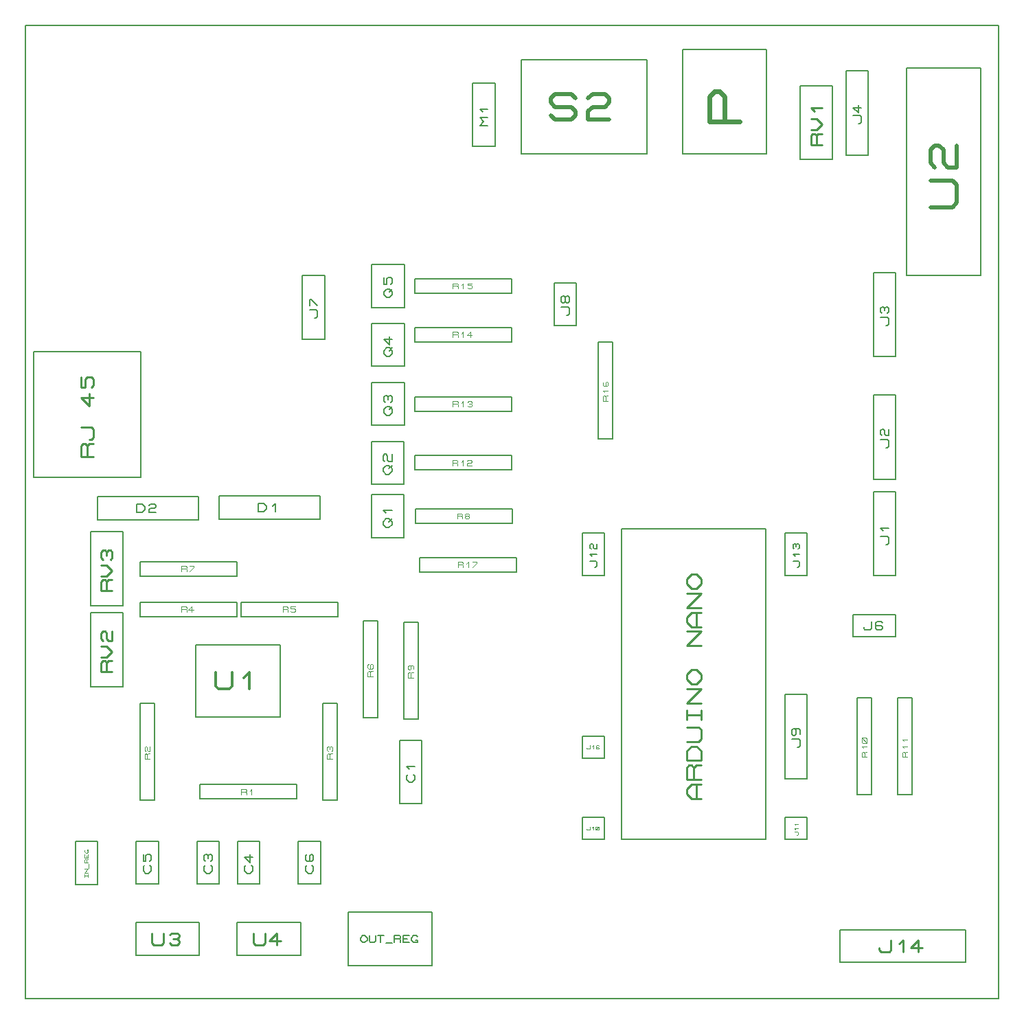
<source format=gbr>
G04 PROTEUS GERBER X2 FILE*
%TF.GenerationSoftware,Labcenter,Proteus,8.8-SP1-Build27031*%
%TF.CreationDate,2021-08-02T14:58:59+00:00*%
%TF.FileFunction,AssemblyDrawing,Top*%
%TF.FilePolarity,Positive*%
%TF.Part,Single*%
%TF.SameCoordinates,{c3ce3005-f07b-4d42-96ea-8d11783d6a5d}*%
%FSLAX45Y45*%
%MOMM*%
G01*
%TA.AperFunction,Profile*%
%ADD21C,0.203200*%
%TA.AperFunction,Material*%
%ADD22C,0.203200*%
%ADD34C,0.294640*%
%ADD35C,0.545590*%
%ADD36C,0.514770*%
%ADD37C,0.621790*%
%ADD38C,0.164590*%
%ADD39C,0.227330*%
%ADD40C,0.106680*%
%ADD41C,0.345440*%
%ADD42C,0.240790*%
%ADD43C,0.075470*%
%ADD44C,0.129540*%
%ADD45C,0.172210*%
%ADD46C,0.068580*%
%ADD47C,0.132080*%
%ADD48C,0.258330*%
%ADD49C,0.176100*%
%TD.AperFunction*%
D21*
X-12754000Y-52000D02*
X-754000Y-52000D01*
X-754000Y+11948000D01*
X-12754000Y+11948000D01*
X-12754000Y-52000D01*
D22*
X-5401000Y+1912840D02*
X-3623000Y+1912840D01*
X-3623000Y+5743160D01*
X-5401000Y+5743160D01*
X-5401000Y+1912840D01*
D34*
X-4423608Y+2413728D02*
X-4541464Y+2413728D01*
X-4600392Y+2472656D01*
X-4600392Y+2531584D01*
X-4541464Y+2590512D01*
X-4423608Y+2590512D01*
X-4482536Y+2413728D02*
X-4482536Y+2590512D01*
X-4423608Y+2649440D02*
X-4600392Y+2649440D01*
X-4600392Y+2796760D01*
X-4570928Y+2826224D01*
X-4541464Y+2826224D01*
X-4512000Y+2796760D01*
X-4512000Y+2649440D01*
X-4512000Y+2796760D02*
X-4482536Y+2826224D01*
X-4423608Y+2826224D01*
X-4423608Y+2885152D02*
X-4600392Y+2885152D01*
X-4600392Y+3003008D01*
X-4541464Y+3061936D01*
X-4482536Y+3061936D01*
X-4423608Y+3003008D01*
X-4423608Y+2885152D01*
X-4600392Y+3120864D02*
X-4453072Y+3120864D01*
X-4423608Y+3150328D01*
X-4423608Y+3268184D01*
X-4453072Y+3297648D01*
X-4600392Y+3297648D01*
X-4600392Y+3386040D02*
X-4600392Y+3503896D01*
X-4600392Y+3444968D02*
X-4423608Y+3444968D01*
X-4423608Y+3386040D02*
X-4423608Y+3503896D01*
X-4423608Y+3592288D02*
X-4600392Y+3592288D01*
X-4423608Y+3769072D01*
X-4600392Y+3769072D01*
X-4541464Y+3828000D02*
X-4600392Y+3886928D01*
X-4600392Y+3945856D01*
X-4541464Y+4004784D01*
X-4482536Y+4004784D01*
X-4423608Y+3945856D01*
X-4423608Y+3886928D01*
X-4482536Y+3828000D01*
X-4541464Y+3828000D01*
X-4423608Y+4299424D02*
X-4600392Y+4299424D01*
X-4423608Y+4476208D01*
X-4600392Y+4476208D01*
X-4423608Y+4535136D02*
X-4541464Y+4535136D01*
X-4600392Y+4594064D01*
X-4600392Y+4652992D01*
X-4541464Y+4711920D01*
X-4423608Y+4711920D01*
X-4482536Y+4535136D02*
X-4482536Y+4711920D01*
X-4423608Y+4770848D02*
X-4600392Y+4770848D01*
X-4423608Y+4947632D01*
X-4600392Y+4947632D01*
X-4541464Y+5006560D02*
X-4600392Y+5065488D01*
X-4600392Y+5124416D01*
X-4541464Y+5183344D01*
X-4482536Y+5183344D01*
X-4423608Y+5124416D01*
X-4423608Y+5065488D01*
X-4482536Y+5006560D01*
X-4541464Y+5006560D01*
D22*
X-1887160Y+8862840D02*
X-977840Y+8862840D01*
X-977840Y+11423160D01*
X-1887160Y+11423160D01*
X-1887160Y+8862840D01*
D35*
X-1596177Y+9706527D02*
X-1323381Y+9706527D01*
X-1268822Y+9761086D01*
X-1268822Y+9979322D01*
X-1323381Y+10033881D01*
X-1596177Y+10033881D01*
X-1541618Y+10197559D02*
X-1596177Y+10252118D01*
X-1596177Y+10415795D01*
X-1541618Y+10470354D01*
X-1487059Y+10470354D01*
X-1432500Y+10415795D01*
X-1432500Y+10252118D01*
X-1377940Y+10197559D01*
X-1268822Y+10197559D01*
X-1268822Y+10470354D01*
D22*
X-6637160Y+10362840D02*
X-5092840Y+10362840D01*
X-5092840Y+11526160D01*
X-6637160Y+11526160D01*
X-6637160Y+10362840D01*
D36*
X-6276818Y+10841545D02*
X-6225341Y+10790068D01*
X-6019432Y+10790068D01*
X-5967955Y+10841545D01*
X-5967955Y+10893023D01*
X-6019432Y+10944500D01*
X-6225341Y+10944500D01*
X-6276818Y+10995977D01*
X-6276818Y+11047455D01*
X-6225341Y+11098932D01*
X-6019432Y+11098932D01*
X-5967955Y+11047455D01*
X-5813523Y+11047455D02*
X-5762046Y+11098932D01*
X-5607614Y+11098932D01*
X-5556137Y+11047455D01*
X-5556137Y+10995977D01*
X-5607614Y+10944500D01*
X-5762046Y+10944500D01*
X-5813523Y+10893023D01*
X-5813523Y+10790068D01*
X-5556137Y+10790068D01*
D22*
X-4649160Y+10362840D02*
X-3612840Y+10362840D01*
X-3612840Y+11653160D01*
X-4649160Y+11653160D01*
X-4649160Y+10362840D01*
D37*
X-3944462Y+10759284D02*
X-4317537Y+10759284D01*
X-4317537Y+11070179D01*
X-4255358Y+11132358D01*
X-4193179Y+11132358D01*
X-4131000Y+11070179D01*
X-4131000Y+10759284D01*
D22*
X-2637160Y+10350840D02*
X-2362840Y+10350840D01*
X-2362840Y+11387160D01*
X-2637160Y+11387160D01*
X-2637160Y+10350840D01*
D38*
X-2483540Y+10737327D02*
X-2467081Y+10737327D01*
X-2450622Y+10753786D01*
X-2450622Y+10819622D01*
X-2467081Y+10836081D01*
X-2549377Y+10836081D01*
X-2483540Y+10967754D02*
X-2483540Y+10869000D01*
X-2549377Y+10934836D01*
X-2450622Y+10934836D01*
D22*
X-3200660Y+10295340D02*
X-2799340Y+10295340D01*
X-2799340Y+11204660D01*
X-3200660Y+11204660D01*
X-3200660Y+10295340D01*
D39*
X-2931801Y+10477204D02*
X-3068199Y+10477204D01*
X-3068199Y+10590869D01*
X-3045466Y+10613602D01*
X-3022733Y+10613602D01*
X-3000000Y+10590869D01*
X-3000000Y+10477204D01*
X-3000000Y+10590869D02*
X-2977267Y+10613602D01*
X-2931801Y+10613602D01*
X-3068199Y+10659068D02*
X-3000000Y+10659068D01*
X-2931801Y+10727267D01*
X-3000000Y+10795466D01*
X-3068199Y+10795466D01*
X-3022733Y+10886398D02*
X-3068199Y+10931864D01*
X-2931801Y+10931864D01*
D22*
X-2296160Y+5162840D02*
X-2021840Y+5162840D01*
X-2021840Y+6199160D01*
X-2296160Y+6199160D01*
X-2296160Y+5162840D01*
D38*
X-2142540Y+5549327D02*
X-2126081Y+5549327D01*
X-2109622Y+5565786D01*
X-2109622Y+5631622D01*
X-2126081Y+5648081D01*
X-2208377Y+5648081D01*
X-2175459Y+5713918D02*
X-2208377Y+5746836D01*
X-2109622Y+5746836D01*
D22*
X-2296160Y+6354840D02*
X-2021840Y+6354840D01*
X-2021840Y+7391160D01*
X-2296160Y+7391160D01*
X-2296160Y+6354840D01*
D38*
X-2142540Y+6741327D02*
X-2126081Y+6741327D01*
X-2109622Y+6757786D01*
X-2109622Y+6823622D01*
X-2126081Y+6840081D01*
X-2208377Y+6840081D01*
X-2191918Y+6889459D02*
X-2208377Y+6905918D01*
X-2208377Y+6955295D01*
X-2191918Y+6971754D01*
X-2175459Y+6971754D01*
X-2159000Y+6955295D01*
X-2159000Y+6905918D01*
X-2142540Y+6889459D01*
X-2109622Y+6889459D01*
X-2109622Y+6971754D01*
D22*
X-2296160Y+7862840D02*
X-2021840Y+7862840D01*
X-2021840Y+8899160D01*
X-2296160Y+8899160D01*
X-2296160Y+7862840D01*
D38*
X-2142540Y+8249327D02*
X-2126081Y+8249327D01*
X-2109622Y+8265786D01*
X-2109622Y+8331622D01*
X-2126081Y+8348081D01*
X-2208377Y+8348081D01*
X-2191918Y+8397459D02*
X-2208377Y+8413918D01*
X-2208377Y+8463295D01*
X-2191918Y+8479754D01*
X-2175459Y+8479754D01*
X-2159000Y+8463295D01*
X-2142540Y+8479754D01*
X-2126081Y+8479754D01*
X-2109622Y+8463295D01*
X-2109622Y+8413918D01*
X-2126081Y+8397459D01*
X-2159000Y+8430377D02*
X-2159000Y+8463295D01*
D22*
X-2497900Y+2461100D02*
X-2320100Y+2461100D01*
X-2320100Y+3654900D01*
X-2497900Y+3654900D01*
X-2497900Y+2461100D01*
D40*
X-2376996Y+2929984D02*
X-2441004Y+2929984D01*
X-2441004Y+2983324D01*
X-2430336Y+2993992D01*
X-2419668Y+2993992D01*
X-2409000Y+2983324D01*
X-2409000Y+2929984D01*
X-2409000Y+2983324D02*
X-2398332Y+2993992D01*
X-2376996Y+2993992D01*
X-2419668Y+3036664D02*
X-2441004Y+3058000D01*
X-2376996Y+3058000D01*
X-2387664Y+3100672D02*
X-2430336Y+3100672D01*
X-2441004Y+3111340D01*
X-2441004Y+3154012D01*
X-2430336Y+3164680D01*
X-2387664Y+3164680D01*
X-2376996Y+3154012D01*
X-2376996Y+3111340D01*
X-2387664Y+3100672D01*
X-2376996Y+3100672D02*
X-2441004Y+3164680D01*
D22*
X-1997900Y+2461100D02*
X-1820100Y+2461100D01*
X-1820100Y+3654900D01*
X-1997900Y+3654900D01*
X-1997900Y+2461100D01*
D40*
X-1876996Y+2929984D02*
X-1941004Y+2929984D01*
X-1941004Y+2983324D01*
X-1930336Y+2993992D01*
X-1919668Y+2993992D01*
X-1909000Y+2983324D01*
X-1909000Y+2929984D01*
X-1909000Y+2983324D02*
X-1898332Y+2993992D01*
X-1876996Y+2993992D01*
X-1919668Y+3036664D02*
X-1941004Y+3058000D01*
X-1876996Y+3058000D01*
X-1919668Y+3122008D02*
X-1941004Y+3143344D01*
X-1876996Y+3143344D01*
D22*
X-3387160Y+2662840D02*
X-3112840Y+2662840D01*
X-3112840Y+3699160D01*
X-3387160Y+3699160D01*
X-3387160Y+2662840D01*
D38*
X-3233540Y+3049327D02*
X-3217081Y+3049327D01*
X-3200622Y+3065786D01*
X-3200622Y+3131622D01*
X-3217081Y+3148081D01*
X-3299377Y+3148081D01*
X-3266459Y+3279754D02*
X-3250000Y+3263295D01*
X-3250000Y+3213918D01*
X-3266459Y+3197459D01*
X-3282918Y+3197459D01*
X-3299377Y+3213918D01*
X-3299377Y+3263295D01*
X-3282918Y+3279754D01*
X-3217081Y+3279754D01*
X-3200622Y+3263295D01*
X-3200622Y+3213918D01*
D22*
X-10649160Y+3424500D02*
X-9612840Y+3424500D01*
X-9612840Y+4313500D01*
X-10649160Y+4313500D01*
X-10649160Y+3424500D01*
D41*
X-10407352Y+3972632D02*
X-10407352Y+3799912D01*
X-10372808Y+3765368D01*
X-10234632Y+3765368D01*
X-10200088Y+3799912D01*
X-10200088Y+3972632D01*
X-10061912Y+3903544D02*
X-9992824Y+3972632D01*
X-9992824Y+3765368D01*
D22*
X-11391160Y+485840D02*
X-10608840Y+485840D01*
X-10608840Y+887160D01*
X-11391160Y+887160D01*
X-11391160Y+485840D01*
D42*
X-11192633Y+758737D02*
X-11192633Y+638341D01*
X-11168554Y+614262D01*
X-11072238Y+614262D01*
X-11048159Y+638341D01*
X-11048159Y+758737D01*
X-10975921Y+734658D02*
X-10951842Y+758737D01*
X-10879605Y+758737D01*
X-10855526Y+734658D01*
X-10855526Y+710579D01*
X-10879605Y+686500D01*
X-10855526Y+662420D01*
X-10855526Y+638341D01*
X-10879605Y+614262D01*
X-10951842Y+614262D01*
X-10975921Y+638341D01*
X-10927763Y+686500D02*
X-10879605Y+686500D01*
D22*
X-10141160Y+485840D02*
X-9358840Y+485840D01*
X-9358840Y+887160D01*
X-10141160Y+887160D01*
X-10141160Y+485840D01*
D42*
X-9942633Y+758737D02*
X-9942633Y+638341D01*
X-9918554Y+614262D01*
X-9822238Y+614262D01*
X-9798159Y+638341D01*
X-9798159Y+758737D01*
X-9605526Y+662420D02*
X-9750000Y+662420D01*
X-9653684Y+758737D01*
X-9653684Y+614262D01*
D22*
X-10637160Y+1362840D02*
X-10362840Y+1362840D01*
X-10362840Y+1891160D01*
X-10637160Y+1891160D01*
X-10637160Y+1362840D01*
D38*
X-10467081Y+1594081D02*
X-10450622Y+1577622D01*
X-10450622Y+1528245D01*
X-10483540Y+1495327D01*
X-10516459Y+1495327D01*
X-10549377Y+1528245D01*
X-10549377Y+1577622D01*
X-10532918Y+1594081D01*
X-10532918Y+1643459D02*
X-10549377Y+1659918D01*
X-10549377Y+1709295D01*
X-10532918Y+1725754D01*
X-10516459Y+1725754D01*
X-10500000Y+1709295D01*
X-10483540Y+1725754D01*
X-10467081Y+1725754D01*
X-10450622Y+1709295D01*
X-10450622Y+1659918D01*
X-10467081Y+1643459D01*
X-10500000Y+1676377D02*
X-10500000Y+1709295D01*
D22*
X-10137160Y+1362840D02*
X-9862840Y+1362840D01*
X-9862840Y+1891160D01*
X-10137160Y+1891160D01*
X-10137160Y+1362840D01*
D38*
X-9967081Y+1594081D02*
X-9950622Y+1577622D01*
X-9950622Y+1528245D01*
X-9983540Y+1495327D01*
X-10016459Y+1495327D01*
X-10049377Y+1528245D01*
X-10049377Y+1577622D01*
X-10032918Y+1594081D01*
X-9983540Y+1725754D02*
X-9983540Y+1627000D01*
X-10049377Y+1692836D01*
X-9950622Y+1692836D01*
D22*
X-11387160Y+1362840D02*
X-11112840Y+1362840D01*
X-11112840Y+1891160D01*
X-11387160Y+1891160D01*
X-11387160Y+1362840D01*
D38*
X-11217081Y+1594081D02*
X-11200622Y+1577622D01*
X-11200622Y+1528245D01*
X-11233540Y+1495327D01*
X-11266459Y+1495327D01*
X-11299377Y+1528245D01*
X-11299377Y+1577622D01*
X-11282918Y+1594081D01*
X-11299377Y+1725754D02*
X-11299377Y+1643459D01*
X-11266459Y+1643459D01*
X-11266459Y+1709295D01*
X-11250000Y+1725754D01*
X-11217081Y+1725754D01*
X-11200622Y+1709295D01*
X-11200622Y+1659918D01*
X-11217081Y+1643459D01*
D22*
X-12137160Y+1358840D02*
X-11862840Y+1358840D01*
X-11862840Y+1887160D01*
X-12137160Y+1887160D01*
X-12137160Y+1358840D01*
D43*
X-12022642Y+1449410D02*
X-12022642Y+1479599D01*
X-12022642Y+1464505D02*
X-11977357Y+1464505D01*
X-11977357Y+1449410D02*
X-11977357Y+1479599D01*
X-11977357Y+1502242D02*
X-12022642Y+1502242D01*
X-11977357Y+1547526D01*
X-12022642Y+1547526D01*
X-11969810Y+1562621D02*
X-11969810Y+1607905D01*
X-11977357Y+1623000D02*
X-12022642Y+1623000D01*
X-12022642Y+1660736D01*
X-12015094Y+1668284D01*
X-12007547Y+1668284D01*
X-12000000Y+1660736D01*
X-12000000Y+1623000D01*
X-12000000Y+1660736D02*
X-11992452Y+1668284D01*
X-11977357Y+1668284D01*
X-11977357Y+1728663D02*
X-11977357Y+1683379D01*
X-12022642Y+1683379D01*
X-12022642Y+1728663D01*
X-12000000Y+1683379D02*
X-12000000Y+1713568D01*
X-11992452Y+1773947D02*
X-11992452Y+1789042D01*
X-11977357Y+1789042D01*
X-11977357Y+1758852D01*
X-11992452Y+1743758D01*
X-12007547Y+1743758D01*
X-12022642Y+1758852D01*
X-12022642Y+1781494D01*
X-12015094Y+1789042D01*
D22*
X-9387160Y+1362840D02*
X-9112840Y+1362840D01*
X-9112840Y+1891160D01*
X-9387160Y+1891160D01*
X-9387160Y+1362840D01*
D38*
X-9217081Y+1594081D02*
X-9200622Y+1577622D01*
X-9200622Y+1528245D01*
X-9233540Y+1495327D01*
X-9266459Y+1495327D01*
X-9299377Y+1528245D01*
X-9299377Y+1577622D01*
X-9282918Y+1594081D01*
X-9282918Y+1725754D02*
X-9299377Y+1709295D01*
X-9299377Y+1659918D01*
X-9282918Y+1643459D01*
X-9217081Y+1643459D01*
X-9200622Y+1659918D01*
X-9200622Y+1709295D01*
X-9217081Y+1725754D01*
X-9233540Y+1725754D01*
X-9250000Y+1709295D01*
X-9250000Y+1643459D01*
D22*
X-8772160Y+358840D02*
X-7735840Y+358840D01*
X-7735840Y+1014160D01*
X-8772160Y+1014160D01*
X-8772160Y+358840D01*
D44*
X-8616712Y+699454D02*
X-8590804Y+725362D01*
X-8564896Y+725362D01*
X-8538988Y+699454D01*
X-8538988Y+673546D01*
X-8564896Y+647638D01*
X-8590804Y+647638D01*
X-8616712Y+673546D01*
X-8616712Y+699454D01*
X-8513080Y+725362D02*
X-8513080Y+660592D01*
X-8500126Y+647638D01*
X-8448310Y+647638D01*
X-8435356Y+660592D01*
X-8435356Y+725362D01*
X-8409448Y+725362D02*
X-8331724Y+725362D01*
X-8370586Y+725362D02*
X-8370586Y+647638D01*
X-8305816Y+634684D02*
X-8228092Y+634684D01*
X-8202184Y+647638D02*
X-8202184Y+725362D01*
X-8137414Y+725362D01*
X-8124460Y+712408D01*
X-8124460Y+699454D01*
X-8137414Y+686500D01*
X-8202184Y+686500D01*
X-8137414Y+686500D02*
X-8124460Y+673546D01*
X-8124460Y+647638D01*
X-8020828Y+647638D02*
X-8098552Y+647638D01*
X-8098552Y+725362D01*
X-8020828Y+725362D01*
X-8098552Y+686500D02*
X-8046736Y+686500D01*
X-7943104Y+673546D02*
X-7917196Y+673546D01*
X-7917196Y+647638D01*
X-7969012Y+647638D01*
X-7994920Y+673546D01*
X-7994920Y+699454D01*
X-7969012Y+725362D01*
X-7930150Y+725362D01*
X-7917196Y+712408D01*
D22*
X-10604900Y+2411100D02*
X-9411100Y+2411100D01*
X-9411100Y+2588900D01*
X-10604900Y+2588900D01*
X-10604900Y+2411100D01*
D40*
X-10093344Y+2467996D02*
X-10093344Y+2532004D01*
X-10040004Y+2532004D01*
X-10029336Y+2521336D01*
X-10029336Y+2510668D01*
X-10040004Y+2500000D01*
X-10093344Y+2500000D01*
X-10040004Y+2500000D02*
X-10029336Y+2489332D01*
X-10029336Y+2467996D01*
X-9986664Y+2510668D02*
X-9965328Y+2532004D01*
X-9965328Y+2467996D01*
D22*
X-11338900Y+2395100D02*
X-11161100Y+2395100D01*
X-11161100Y+3588900D01*
X-11338900Y+3588900D01*
X-11338900Y+2395100D01*
D40*
X-11217996Y+2906656D02*
X-11282004Y+2906656D01*
X-11282004Y+2959996D01*
X-11271336Y+2970664D01*
X-11260668Y+2970664D01*
X-11250000Y+2959996D01*
X-11250000Y+2906656D01*
X-11250000Y+2959996D02*
X-11239332Y+2970664D01*
X-11217996Y+2970664D01*
X-11271336Y+3002668D02*
X-11282004Y+3013336D01*
X-11282004Y+3045340D01*
X-11271336Y+3056008D01*
X-11260668Y+3056008D01*
X-11250000Y+3045340D01*
X-11250000Y+3013336D01*
X-11239332Y+3002668D01*
X-11217996Y+3002668D01*
X-11217996Y+3056008D01*
D22*
X-9088900Y+2395100D02*
X-8911100Y+2395100D01*
X-8911100Y+3588900D01*
X-9088900Y+3588900D01*
X-9088900Y+2395100D01*
D40*
X-8967996Y+2906656D02*
X-9032004Y+2906656D01*
X-9032004Y+2959996D01*
X-9021336Y+2970664D01*
X-9010668Y+2970664D01*
X-9000000Y+2959996D01*
X-9000000Y+2906656D01*
X-9000000Y+2959996D02*
X-8989332Y+2970664D01*
X-8967996Y+2970664D01*
X-9021336Y+3002668D02*
X-9032004Y+3013336D01*
X-9032004Y+3045340D01*
X-9021336Y+3056008D01*
X-9010668Y+3056008D01*
X-9000000Y+3045340D01*
X-8989332Y+3056008D01*
X-8978664Y+3056008D01*
X-8967996Y+3045340D01*
X-8967996Y+3013336D01*
X-8978664Y+3002668D01*
X-9000000Y+3024004D02*
X-9000000Y+3045340D01*
D22*
X-8137160Y+2354840D02*
X-7862840Y+2354840D01*
X-7862840Y+3137160D01*
X-8137160Y+3137160D01*
X-8137160Y+2354840D01*
D38*
X-7967081Y+2713081D02*
X-7950622Y+2696622D01*
X-7950622Y+2647245D01*
X-7983540Y+2614327D01*
X-8016459Y+2614327D01*
X-8049377Y+2647245D01*
X-8049377Y+2696622D01*
X-8032918Y+2713081D01*
X-8016459Y+2778918D02*
X-8049377Y+2811836D01*
X-7950622Y+2811836D01*
D22*
X-8088900Y+3395100D02*
X-7911100Y+3395100D01*
X-7911100Y+4588900D01*
X-8088900Y+4588900D01*
X-8088900Y+3395100D01*
D40*
X-7967996Y+3906656D02*
X-8032004Y+3906656D01*
X-8032004Y+3959996D01*
X-8021336Y+3970664D01*
X-8010668Y+3970664D01*
X-8000000Y+3959996D01*
X-8000000Y+3906656D01*
X-8000000Y+3959996D02*
X-7989332Y+3970664D01*
X-7967996Y+3970664D01*
X-8010668Y+4056008D02*
X-8000000Y+4045340D01*
X-8000000Y+4013336D01*
X-8010668Y+4002668D01*
X-8021336Y+4002668D01*
X-8032004Y+4013336D01*
X-8032004Y+4045340D01*
X-8021336Y+4056008D01*
X-7978664Y+4056008D01*
X-7967996Y+4045340D01*
X-7967996Y+4013336D01*
D22*
X-11338900Y+4661100D02*
X-10145100Y+4661100D01*
X-10145100Y+4838900D01*
X-11338900Y+4838900D01*
X-11338900Y+4661100D01*
D40*
X-10827344Y+4717996D02*
X-10827344Y+4782004D01*
X-10774004Y+4782004D01*
X-10763336Y+4771336D01*
X-10763336Y+4760668D01*
X-10774004Y+4750000D01*
X-10827344Y+4750000D01*
X-10774004Y+4750000D02*
X-10763336Y+4739332D01*
X-10763336Y+4717996D01*
X-10677992Y+4739332D02*
X-10742000Y+4739332D01*
X-10699328Y+4782004D01*
X-10699328Y+4717996D01*
D22*
X-10088900Y+4661100D02*
X-8895100Y+4661100D01*
X-8895100Y+4838900D01*
X-10088900Y+4838900D01*
X-10088900Y+4661100D01*
D40*
X-9577344Y+4717996D02*
X-9577344Y+4782004D01*
X-9524004Y+4782004D01*
X-9513336Y+4771336D01*
X-9513336Y+4760668D01*
X-9524004Y+4750000D01*
X-9577344Y+4750000D01*
X-9524004Y+4750000D02*
X-9513336Y+4739332D01*
X-9513336Y+4717996D01*
X-9427992Y+4782004D02*
X-9481332Y+4782004D01*
X-9481332Y+4760668D01*
X-9438660Y+4760668D01*
X-9427992Y+4750000D01*
X-9427992Y+4728664D01*
X-9438660Y+4717996D01*
X-9470664Y+4717996D01*
X-9481332Y+4728664D01*
D22*
X-8588900Y+3411100D02*
X-8411100Y+3411100D01*
X-8411100Y+4604900D01*
X-8588900Y+4604900D01*
X-8588900Y+3411100D01*
D40*
X-8467996Y+3922656D02*
X-8532004Y+3922656D01*
X-8532004Y+3975996D01*
X-8521336Y+3986664D01*
X-8510668Y+3986664D01*
X-8500000Y+3975996D01*
X-8500000Y+3922656D01*
X-8500000Y+3975996D02*
X-8489332Y+3986664D01*
X-8467996Y+3986664D01*
X-8521336Y+4072008D02*
X-8532004Y+4061340D01*
X-8532004Y+4029336D01*
X-8521336Y+4018668D01*
X-8478664Y+4018668D01*
X-8467996Y+4029336D01*
X-8467996Y+4061340D01*
X-8478664Y+4072008D01*
X-8489332Y+4072008D01*
X-8500000Y+4061340D01*
X-8500000Y+4018668D01*
D22*
X-11338900Y+5161100D02*
X-10145100Y+5161100D01*
X-10145100Y+5338900D01*
X-11338900Y+5338900D01*
X-11338900Y+5161100D01*
D40*
X-10827344Y+5217996D02*
X-10827344Y+5282004D01*
X-10774004Y+5282004D01*
X-10763336Y+5271336D01*
X-10763336Y+5260668D01*
X-10774004Y+5250000D01*
X-10827344Y+5250000D01*
X-10774004Y+5250000D02*
X-10763336Y+5239332D01*
X-10763336Y+5217996D01*
X-10731332Y+5282004D02*
X-10677992Y+5282004D01*
X-10677992Y+5271336D01*
X-10731332Y+5217996D01*
D22*
X-11950660Y+3795340D02*
X-11549340Y+3795340D01*
X-11549340Y+4704660D01*
X-11950660Y+4704660D01*
X-11950660Y+3795340D01*
D39*
X-11681801Y+3977204D02*
X-11818199Y+3977204D01*
X-11818199Y+4090869D01*
X-11795466Y+4113602D01*
X-11772733Y+4113602D01*
X-11750000Y+4090869D01*
X-11750000Y+3977204D01*
X-11750000Y+4090869D02*
X-11727267Y+4113602D01*
X-11681801Y+4113602D01*
X-11818199Y+4159068D02*
X-11750000Y+4159068D01*
X-11681801Y+4227267D01*
X-11750000Y+4295466D01*
X-11818199Y+4295466D01*
X-11795466Y+4363665D02*
X-11818199Y+4386398D01*
X-11818199Y+4454597D01*
X-11795466Y+4477330D01*
X-11772733Y+4477330D01*
X-11750000Y+4454597D01*
X-11750000Y+4386398D01*
X-11727267Y+4363665D01*
X-11681801Y+4363665D01*
X-11681801Y+4477330D01*
D22*
X-11950660Y+4795340D02*
X-11549340Y+4795340D01*
X-11549340Y+5704660D01*
X-11950660Y+5704660D01*
X-11950660Y+4795340D01*
D39*
X-11681801Y+4977204D02*
X-11818199Y+4977204D01*
X-11818199Y+5090869D01*
X-11795466Y+5113602D01*
X-11772733Y+5113602D01*
X-11750000Y+5090869D01*
X-11750000Y+4977204D01*
X-11750000Y+5090869D02*
X-11727267Y+5113602D01*
X-11681801Y+5113602D01*
X-11818199Y+5159068D02*
X-11750000Y+5159068D01*
X-11681801Y+5227267D01*
X-11750000Y+5295466D01*
X-11818199Y+5295466D01*
X-11795466Y+5363665D02*
X-11818199Y+5386398D01*
X-11818199Y+5454597D01*
X-11795466Y+5477330D01*
X-11772733Y+5477330D01*
X-11750000Y+5454597D01*
X-11727267Y+5477330D01*
X-11704534Y+5477330D01*
X-11681801Y+5454597D01*
X-11681801Y+5386398D01*
X-11704534Y+5363665D01*
X-11750000Y+5409131D02*
X-11750000Y+5454597D01*
D22*
X-10364300Y+5857760D02*
X-9119700Y+5857760D01*
X-9119700Y+6144780D01*
X-10364300Y+6144780D01*
X-10364300Y+5857760D01*
D45*
X-9879769Y+5949606D02*
X-9879769Y+6052933D01*
X-9810885Y+6052933D01*
X-9776443Y+6018491D01*
X-9776443Y+5984048D01*
X-9810885Y+5949606D01*
X-9879769Y+5949606D01*
X-9707558Y+6018491D02*
X-9673116Y+6052933D01*
X-9673116Y+5949606D01*
D22*
X-11864300Y+5855220D02*
X-10619700Y+5855220D01*
X-10619700Y+6142240D01*
X-11864300Y+6142240D01*
X-11864300Y+5855220D01*
D45*
X-11379769Y+5947066D02*
X-11379769Y+6050393D01*
X-11310885Y+6050393D01*
X-11276443Y+6015951D01*
X-11276443Y+5981508D01*
X-11310885Y+5947066D01*
X-11379769Y+5947066D01*
X-11224779Y+6033172D02*
X-11207558Y+6050393D01*
X-11155895Y+6050393D01*
X-11138674Y+6033172D01*
X-11138674Y+6015951D01*
X-11155895Y+5998730D01*
X-11207558Y+5998730D01*
X-11224779Y+5981508D01*
X-11224779Y+5947066D01*
X-11138674Y+5947066D01*
D22*
X-2550160Y+4412840D02*
X-2021840Y+4412840D01*
X-2021840Y+4687160D01*
X-2550160Y+4687160D01*
X-2550160Y+4412840D01*
D38*
X-2417673Y+4533540D02*
X-2417673Y+4517081D01*
X-2401214Y+4500622D01*
X-2335378Y+4500622D01*
X-2318919Y+4517081D01*
X-2318919Y+4599377D01*
X-2187246Y+4582918D02*
X-2203705Y+4599377D01*
X-2253082Y+4599377D01*
X-2269541Y+4582918D01*
X-2269541Y+4517081D01*
X-2253082Y+4500622D01*
X-2203705Y+4500622D01*
X-2187246Y+4517081D01*
X-2187246Y+4533540D01*
X-2203705Y+4550000D01*
X-2269541Y+4550000D01*
D22*
X-5887160Y+1912840D02*
X-5612840Y+1912840D01*
X-5612840Y+2187160D01*
X-5887160Y+2187160D01*
X-5887160Y+1912840D01*
D46*
X-5832296Y+2043142D02*
X-5832296Y+2036284D01*
X-5825438Y+2029426D01*
X-5798006Y+2029426D01*
X-5791148Y+2036284D01*
X-5791148Y+2070574D01*
X-5763716Y+2056858D02*
X-5750000Y+2070574D01*
X-5750000Y+2029426D01*
X-5722568Y+2036284D02*
X-5722568Y+2063716D01*
X-5715710Y+2070574D01*
X-5688278Y+2070574D01*
X-5681420Y+2063716D01*
X-5681420Y+2036284D01*
X-5688278Y+2029426D01*
X-5715710Y+2029426D01*
X-5722568Y+2036284D01*
X-5722568Y+2029426D02*
X-5681420Y+2070574D01*
D22*
X-5887160Y+2912840D02*
X-5612840Y+2912840D01*
X-5612840Y+3187160D01*
X-5887160Y+3187160D01*
X-5887160Y+2912840D01*
D46*
X-5832296Y+3043142D02*
X-5832296Y+3036284D01*
X-5825438Y+3029426D01*
X-5798006Y+3029426D01*
X-5791148Y+3036284D01*
X-5791148Y+3070574D01*
X-5763716Y+3056858D02*
X-5750000Y+3070574D01*
X-5750000Y+3029426D01*
X-5681420Y+3063716D02*
X-5688278Y+3070574D01*
X-5708852Y+3070574D01*
X-5715710Y+3063716D01*
X-5715710Y+3036284D01*
X-5708852Y+3029426D01*
X-5688278Y+3029426D01*
X-5681420Y+3036284D01*
X-5681420Y+3043142D01*
X-5688278Y+3050000D01*
X-5715710Y+3050000D01*
D22*
X-5887160Y+5162840D02*
X-5612840Y+5162840D01*
X-5612840Y+5691160D01*
X-5887160Y+5691160D01*
X-5887160Y+5162840D01*
D47*
X-5736792Y+5268504D02*
X-5723584Y+5268504D01*
X-5710376Y+5281712D01*
X-5710376Y+5334544D01*
X-5723584Y+5347752D01*
X-5789624Y+5347752D01*
X-5763208Y+5400584D02*
X-5789624Y+5427000D01*
X-5710376Y+5427000D01*
X-5776416Y+5493040D02*
X-5789624Y+5506248D01*
X-5789624Y+5545872D01*
X-5776416Y+5559080D01*
X-5763208Y+5559080D01*
X-5750000Y+5545872D01*
X-5750000Y+5506248D01*
X-5736792Y+5493040D01*
X-5710376Y+5493040D01*
X-5710376Y+5559080D01*
D22*
X-3387160Y+1912840D02*
X-3112840Y+1912840D01*
X-3112840Y+2187160D01*
X-3387160Y+2187160D01*
X-3387160Y+1912840D01*
D46*
X-3243142Y+1967704D02*
X-3236284Y+1967704D01*
X-3229426Y+1974562D01*
X-3229426Y+2001994D01*
X-3236284Y+2008852D01*
X-3270574Y+2008852D01*
X-3256858Y+2036284D02*
X-3270574Y+2050000D01*
X-3229426Y+2050000D01*
X-3256858Y+2091148D02*
X-3270574Y+2104864D01*
X-3229426Y+2104864D01*
D22*
X-3387160Y+5162840D02*
X-3112840Y+5162840D01*
X-3112840Y+5691160D01*
X-3387160Y+5691160D01*
X-3387160Y+5162840D01*
D47*
X-3236792Y+5268504D02*
X-3223584Y+5268504D01*
X-3210376Y+5281712D01*
X-3210376Y+5334544D01*
X-3223584Y+5347752D01*
X-3289624Y+5347752D01*
X-3263208Y+5400584D02*
X-3289624Y+5427000D01*
X-3210376Y+5427000D01*
X-3276416Y+5493040D02*
X-3289624Y+5506248D01*
X-3289624Y+5545872D01*
X-3276416Y+5559080D01*
X-3263208Y+5559080D01*
X-3250000Y+5545872D01*
X-3236792Y+5559080D01*
X-3223584Y+5559080D01*
X-3210376Y+5545872D01*
X-3210376Y+5506248D01*
X-3223584Y+5493040D01*
X-3250000Y+5519456D02*
X-3250000Y+5545872D01*
D22*
X-12648660Y+6375000D02*
X-11328340Y+6375000D01*
X-11328340Y+7925000D01*
X-12648660Y+7925000D01*
X-12648660Y+6375000D01*
D48*
X-11911000Y+6633335D02*
X-12066000Y+6633335D01*
X-12066000Y+6762501D01*
X-12040167Y+6788334D01*
X-12014333Y+6788334D01*
X-11988500Y+6762501D01*
X-11988500Y+6633335D01*
X-11988500Y+6762501D02*
X-11962667Y+6788334D01*
X-11911000Y+6788334D01*
X-11962667Y+6840001D02*
X-11936833Y+6840001D01*
X-11911000Y+6865834D01*
X-11911000Y+6969167D01*
X-11936833Y+6995000D01*
X-12066000Y+6995000D01*
X-11962667Y+7408332D02*
X-11962667Y+7253333D01*
X-12066000Y+7356666D01*
X-11911000Y+7356666D01*
X-12066000Y+7614998D02*
X-12066000Y+7485832D01*
X-12014333Y+7485832D01*
X-12014333Y+7589165D01*
X-11988500Y+7614998D01*
X-11936833Y+7614998D01*
X-11911000Y+7589165D01*
X-11911000Y+7511665D01*
X-11936833Y+7485832D01*
D22*
X-7938900Y+5811100D02*
X-6745100Y+5811100D01*
X-6745100Y+5988900D01*
X-7938900Y+5988900D01*
X-7938900Y+5811100D01*
D40*
X-7427344Y+5867996D02*
X-7427344Y+5932004D01*
X-7374004Y+5932004D01*
X-7363336Y+5921336D01*
X-7363336Y+5910668D01*
X-7374004Y+5900000D01*
X-7427344Y+5900000D01*
X-7374004Y+5900000D02*
X-7363336Y+5889332D01*
X-7363336Y+5867996D01*
X-7320664Y+5900000D02*
X-7331332Y+5910668D01*
X-7331332Y+5921336D01*
X-7320664Y+5932004D01*
X-7288660Y+5932004D01*
X-7277992Y+5921336D01*
X-7277992Y+5910668D01*
X-7288660Y+5900000D01*
X-7320664Y+5900000D01*
X-7331332Y+5889332D01*
X-7331332Y+5878664D01*
X-7320664Y+5867996D01*
X-7288660Y+5867996D01*
X-7277992Y+5878664D01*
X-7277992Y+5889332D01*
X-7288660Y+5900000D01*
D22*
X-7954900Y+6466100D02*
X-6761100Y+6466100D01*
X-6761100Y+6643900D01*
X-7954900Y+6643900D01*
X-7954900Y+6466100D01*
D40*
X-7486016Y+6522996D02*
X-7486016Y+6587004D01*
X-7432676Y+6587004D01*
X-7422008Y+6576336D01*
X-7422008Y+6565668D01*
X-7432676Y+6555000D01*
X-7486016Y+6555000D01*
X-7432676Y+6555000D02*
X-7422008Y+6544332D01*
X-7422008Y+6522996D01*
X-7379336Y+6565668D02*
X-7358000Y+6587004D01*
X-7358000Y+6522996D01*
X-7304660Y+6576336D02*
X-7293992Y+6587004D01*
X-7261988Y+6587004D01*
X-7251320Y+6576336D01*
X-7251320Y+6565668D01*
X-7261988Y+6555000D01*
X-7293992Y+6555000D01*
X-7304660Y+6544332D01*
X-7304660Y+6522996D01*
X-7251320Y+6522996D01*
D22*
X-7950900Y+7193100D02*
X-6757100Y+7193100D01*
X-6757100Y+7370900D01*
X-7950900Y+7370900D01*
X-7950900Y+7193100D01*
D40*
X-7482016Y+7249996D02*
X-7482016Y+7314004D01*
X-7428676Y+7314004D01*
X-7418008Y+7303336D01*
X-7418008Y+7292668D01*
X-7428676Y+7282000D01*
X-7482016Y+7282000D01*
X-7428676Y+7282000D02*
X-7418008Y+7271332D01*
X-7418008Y+7249996D01*
X-7375336Y+7292668D02*
X-7354000Y+7314004D01*
X-7354000Y+7249996D01*
X-7300660Y+7303336D02*
X-7289992Y+7314004D01*
X-7257988Y+7314004D01*
X-7247320Y+7303336D01*
X-7247320Y+7292668D01*
X-7257988Y+7282000D01*
X-7247320Y+7271332D01*
X-7247320Y+7260664D01*
X-7257988Y+7249996D01*
X-7289992Y+7249996D01*
X-7300660Y+7260664D01*
X-7279324Y+7282000D02*
X-7257988Y+7282000D01*
D22*
X-7950900Y+8047100D02*
X-6757100Y+8047100D01*
X-6757100Y+8224900D01*
X-7950900Y+8224900D01*
X-7950900Y+8047100D01*
D40*
X-7482016Y+8103996D02*
X-7482016Y+8168004D01*
X-7428676Y+8168004D01*
X-7418008Y+8157336D01*
X-7418008Y+8146668D01*
X-7428676Y+8136000D01*
X-7482016Y+8136000D01*
X-7428676Y+8136000D02*
X-7418008Y+8125332D01*
X-7418008Y+8103996D01*
X-7375336Y+8146668D02*
X-7354000Y+8168004D01*
X-7354000Y+8103996D01*
X-7247320Y+8125332D02*
X-7311328Y+8125332D01*
X-7268656Y+8168004D01*
X-7268656Y+8103996D01*
D22*
X-7950900Y+8647100D02*
X-6757100Y+8647100D01*
X-6757100Y+8824900D01*
X-7950900Y+8824900D01*
X-7950900Y+8647100D01*
D40*
X-7482016Y+8703996D02*
X-7482016Y+8768004D01*
X-7428676Y+8768004D01*
X-7418008Y+8757336D01*
X-7418008Y+8746668D01*
X-7428676Y+8736000D01*
X-7482016Y+8736000D01*
X-7428676Y+8736000D02*
X-7418008Y+8725332D01*
X-7418008Y+8703996D01*
X-7375336Y+8746668D02*
X-7354000Y+8768004D01*
X-7354000Y+8703996D01*
X-7247320Y+8768004D02*
X-7300660Y+8768004D01*
X-7300660Y+8746668D01*
X-7257988Y+8746668D01*
X-7247320Y+8736000D01*
X-7247320Y+8714664D01*
X-7257988Y+8703996D01*
X-7289992Y+8703996D01*
X-7300660Y+8714664D01*
D22*
X-8487160Y+5635840D02*
X-8085840Y+5635840D01*
X-8085840Y+6164160D01*
X-8487160Y+6164160D01*
X-8487160Y+5635840D01*
D49*
X-8304110Y+5759116D02*
X-8339331Y+5794337D01*
X-8339331Y+5829558D01*
X-8304110Y+5864779D01*
X-8268889Y+5864779D01*
X-8233668Y+5829558D01*
X-8233668Y+5794337D01*
X-8268889Y+5759116D01*
X-8304110Y+5759116D01*
X-8268889Y+5829558D02*
X-8233668Y+5864779D01*
X-8304110Y+5935221D02*
X-8339331Y+5970442D01*
X-8233668Y+5970442D01*
D22*
X-8487160Y+6290840D02*
X-8085840Y+6290840D01*
X-8085840Y+6819160D01*
X-8487160Y+6819160D01*
X-8487160Y+6290840D01*
D49*
X-8304110Y+6414116D02*
X-8339331Y+6449337D01*
X-8339331Y+6484558D01*
X-8304110Y+6519779D01*
X-8268889Y+6519779D01*
X-8233668Y+6484558D01*
X-8233668Y+6449337D01*
X-8268889Y+6414116D01*
X-8304110Y+6414116D01*
X-8268889Y+6484558D02*
X-8233668Y+6519779D01*
X-8321721Y+6572610D02*
X-8339331Y+6590221D01*
X-8339331Y+6643052D01*
X-8321721Y+6660663D01*
X-8304110Y+6660663D01*
X-8286500Y+6643052D01*
X-8286500Y+6590221D01*
X-8268889Y+6572610D01*
X-8233668Y+6572610D01*
X-8233668Y+6660663D01*
D22*
X-8483160Y+7017840D02*
X-8081840Y+7017840D01*
X-8081840Y+7546160D01*
X-8483160Y+7546160D01*
X-8483160Y+7017840D01*
D49*
X-8300110Y+7141116D02*
X-8335331Y+7176337D01*
X-8335331Y+7211558D01*
X-8300110Y+7246779D01*
X-8264889Y+7246779D01*
X-8229668Y+7211558D01*
X-8229668Y+7176337D01*
X-8264889Y+7141116D01*
X-8300110Y+7141116D01*
X-8264889Y+7211558D02*
X-8229668Y+7246779D01*
X-8317721Y+7299610D02*
X-8335331Y+7317221D01*
X-8335331Y+7370052D01*
X-8317721Y+7387663D01*
X-8300110Y+7387663D01*
X-8282500Y+7370052D01*
X-8264889Y+7387663D01*
X-8247278Y+7387663D01*
X-8229668Y+7370052D01*
X-8229668Y+7317221D01*
X-8247278Y+7299610D01*
X-8282500Y+7334831D02*
X-8282500Y+7370052D01*
D22*
X-8483160Y+7744840D02*
X-8081840Y+7744840D01*
X-8081840Y+8273160D01*
X-8483160Y+8273160D01*
X-8483160Y+7744840D01*
D49*
X-8300110Y+7868116D02*
X-8335331Y+7903337D01*
X-8335331Y+7938558D01*
X-8300110Y+7973779D01*
X-8264889Y+7973779D01*
X-8229668Y+7938558D01*
X-8229668Y+7903337D01*
X-8264889Y+7868116D01*
X-8300110Y+7868116D01*
X-8264889Y+7938558D02*
X-8229668Y+7973779D01*
X-8264889Y+8114663D02*
X-8264889Y+8009000D01*
X-8335331Y+8079442D01*
X-8229668Y+8079442D01*
D22*
X-8483160Y+8471840D02*
X-8081840Y+8471840D01*
X-8081840Y+9000160D01*
X-8483160Y+9000160D01*
X-8483160Y+8471840D01*
D49*
X-8300110Y+8595116D02*
X-8335331Y+8630337D01*
X-8335331Y+8665558D01*
X-8300110Y+8700779D01*
X-8264889Y+8700779D01*
X-8229668Y+8665558D01*
X-8229668Y+8630337D01*
X-8264889Y+8595116D01*
X-8300110Y+8595116D01*
X-8264889Y+8665558D02*
X-8229668Y+8700779D01*
X-8335331Y+8841663D02*
X-8335331Y+8753610D01*
X-8300110Y+8753610D01*
X-8300110Y+8824052D01*
X-8282500Y+8841663D01*
X-8247278Y+8841663D01*
X-8229668Y+8824052D01*
X-8229668Y+8771221D01*
X-8247278Y+8753610D01*
D22*
X-6233160Y+8244840D02*
X-5958840Y+8244840D01*
X-5958840Y+8773160D01*
X-6233160Y+8773160D01*
X-6233160Y+8244840D01*
D38*
X-6079540Y+8377327D02*
X-6063081Y+8377327D01*
X-6046622Y+8393786D01*
X-6046622Y+8459622D01*
X-6063081Y+8476081D01*
X-6145377Y+8476081D01*
X-6096000Y+8541918D02*
X-6112459Y+8525459D01*
X-6128918Y+8525459D01*
X-6145377Y+8541918D01*
X-6145377Y+8591295D01*
X-6128918Y+8607754D01*
X-6112459Y+8607754D01*
X-6096000Y+8591295D01*
X-6096000Y+8541918D01*
X-6079540Y+8525459D01*
X-6063081Y+8525459D01*
X-6046622Y+8541918D01*
X-6046622Y+8591295D01*
X-6063081Y+8607754D01*
X-6079540Y+8607754D01*
X-6096000Y+8591295D01*
D22*
X-5688900Y+6850100D02*
X-5511100Y+6850100D01*
X-5511100Y+8043900D01*
X-5688900Y+8043900D01*
X-5688900Y+6850100D01*
D40*
X-5567996Y+7318984D02*
X-5632004Y+7318984D01*
X-5632004Y+7372324D01*
X-5621336Y+7382992D01*
X-5610668Y+7382992D01*
X-5600000Y+7372324D01*
X-5600000Y+7318984D01*
X-5600000Y+7372324D02*
X-5589332Y+7382992D01*
X-5567996Y+7382992D01*
X-5610668Y+7425664D02*
X-5632004Y+7447000D01*
X-5567996Y+7447000D01*
X-5621336Y+7553680D02*
X-5632004Y+7543012D01*
X-5632004Y+7511008D01*
X-5621336Y+7500340D01*
X-5578664Y+7500340D01*
X-5567996Y+7511008D01*
X-5567996Y+7543012D01*
X-5578664Y+7553680D01*
X-5589332Y+7553680D01*
X-5600000Y+7543012D01*
X-5600000Y+7500340D01*
D22*
X-9337160Y+8081840D02*
X-9062840Y+8081840D01*
X-9062840Y+8864160D01*
X-9337160Y+8864160D01*
X-9337160Y+8081840D01*
D38*
X-9183540Y+8341327D02*
X-9167081Y+8341327D01*
X-9150622Y+8357786D01*
X-9150622Y+8423622D01*
X-9167081Y+8440081D01*
X-9249377Y+8440081D01*
X-9249377Y+8489459D02*
X-9249377Y+8571754D01*
X-9232918Y+8571754D01*
X-9150622Y+8489459D01*
D22*
X-7888900Y+5211100D02*
X-6695100Y+5211100D01*
X-6695100Y+5388900D01*
X-7888900Y+5388900D01*
X-7888900Y+5211100D01*
D40*
X-7420016Y+5267996D02*
X-7420016Y+5332004D01*
X-7366676Y+5332004D01*
X-7356008Y+5321336D01*
X-7356008Y+5310668D01*
X-7366676Y+5300000D01*
X-7420016Y+5300000D01*
X-7366676Y+5300000D02*
X-7356008Y+5289332D01*
X-7356008Y+5267996D01*
X-7313336Y+5310668D02*
X-7292000Y+5332004D01*
X-7292000Y+5267996D01*
X-7238660Y+5332004D02*
X-7185320Y+5332004D01*
X-7185320Y+5321336D01*
X-7238660Y+5267996D01*
D22*
X-7237160Y+10454840D02*
X-6962840Y+10454840D01*
X-6962840Y+11237160D01*
X-7237160Y+11237160D01*
X-7237160Y+10454840D01*
D38*
X-7050622Y+10714327D02*
X-7149377Y+10714327D01*
X-7100000Y+10763704D01*
X-7149377Y+10813081D01*
X-7050622Y+10813081D01*
X-7116459Y+10878918D02*
X-7149377Y+10911836D01*
X-7050622Y+10911836D01*
D22*
X-2707160Y+399340D02*
X-1162840Y+399340D01*
X-1162840Y+800660D01*
X-2707160Y+800660D01*
X-2707160Y+399340D01*
D42*
X-2223949Y+575920D02*
X-2223949Y+551841D01*
X-2199870Y+527762D01*
X-2103554Y+527762D01*
X-2079475Y+551841D01*
X-2079475Y+672237D01*
X-1983158Y+624079D02*
X-1935000Y+672237D01*
X-1935000Y+527762D01*
X-1694209Y+575920D02*
X-1838683Y+575920D01*
X-1742367Y+672237D01*
X-1742367Y+527762D01*
M02*

</source>
